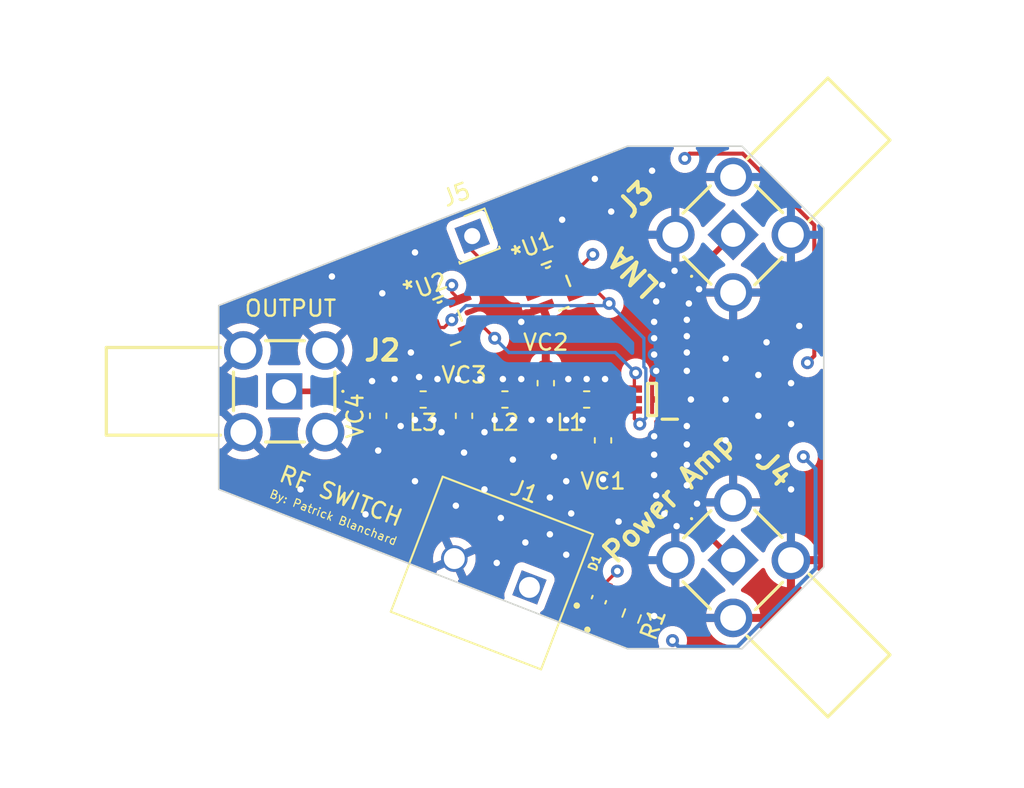
<source format=kicad_pcb>
(kicad_pcb (version 20221018) (generator pcbnew)
  (layers (0 "F.Cu" signal) (1 "In1.Cu" signal) (2 "In2.Cu" signal) (31 "B.Cu" signal) (36 "B.SilkS" user "B.Silkscreen") (37 "F.SilkS" user "F.Silkscreen") (38 "B.Mask" user) (39 "F.Mask" user) (44 "Edge.Cuts" user))
  (net 0 "")
  (net 1 "Net-(D1-PadC)")
  (net 2 "+3.3V")
  (net 3 "Power_Amp_Out")
  (net 4 "LNA_INPUT")
  (net 5 "Net-(IC1-V1)")
  (net 6 "Filter_input")
  (net 7 "Net-(IC1-V2)")
  (net 8 "GND")
  (net 9 "Filter_output")
  (net 12 "Net-(L1-Pad2)")
  (net 13 "Net-(L2-Pad2)")
  (net 14 "Net-(J5-Pin_1)")
  (footprint "Inductor_SMD:L_0603_1608Metric_Pad1.05x0.95mm_HandSolder" (layer "F.Cu") (at 155.448 83.312 180)
    (fp_text reference "L2" (at 0 -1.43) (layer "F.SilkS"))
    (fp_text value "22.7 nH")
    (fp_line (start -0.171267 -0.51) (end 0.171267 -0.51) (stroke (width 0.12)) (layer "F.SilkS"))
    (fp_line (start -0.171267 0.51) (end 0.171267 0.51) (stroke (width 0.12)) (layer "F.SilkS"))
    (pad "1" smd roundrect (at -0.875 0 180) (size 1.05 0.95) (layers "F.Cu" "F.Paste" "F.Mask") (net 12 "Net-(L1-Pad2)"))
    (pad "2" smd roundrect (at 0.875 0 180) (size 1.05 0.95) (layers "F.Cu" "F.Paste" "F.Mask") (net 13 "Net-(L2-Pad2)"))
  )
  (footprint "0603 LED:LEDC1608X35N" (layer "F.Cu") (at 161.29 95.758 69)
    (fp_text reference "D1" (at 2.043139 -1.056359 69) (layer "F.SilkS") (effects (font (size 0.508 0.508) (thickness 0.127))))
    (fp_text value "-")
    (fp_line (start -0.085 -0.45) (end 0.085 -0.45) (stroke (width 0.127)) (layer "F.SilkS"))
    (fp_line (start 0.085 0.45) (end -0.085 0.45) (stroke (width 0.127)) (layer "F.SilkS"))
    (fp_circle (center -2 0) (end -1.9 0) (stroke (width 0.2)) (fill none) (layer "F.SilkS"))
    (pad "A" smd rect (at 0.81 0 69) (size 0.81 0.93) (layers "F.Cu" "F.Paste" "F.Mask") (net 2 "+3.3V"))
    (pad "C" smd rect (at -0.81 0 69) (size 0.81 0.93) (layers "F.Cu" "F.Paste" "F.Mask") (net 1 "Net-(D1-PadC)"))
  )
  (footprint "Capacitor_SMD:C_0603_1608Metric_Pad1.08x0.95mm_HandSolder" (layer "F.Cu") (at 157.988 82.296 -90)
    (fp_text reference "VC2" (at -2.54 0 -180) (layer "F.SilkS"))
    (fp_text value "12.1 pF")
    (fp_line (start -0.146267 -0.51) (end 0.146267 -0.51) (stroke (width 0.12)) (layer "F.SilkS"))
    (fp_line (start -0.146267 0.51) (end 0.146267 0.51) (stroke (width 0.12)) (layer "F.SilkS"))
    (pad "1" smd roundrect (at -0.8625 0 270) (size 1.075 0.95) (layers "F.Cu" "F.Paste" "F.Mask") (net 8 "GND"))
    (pad "2" smd roundrect (at 0.8625 0 270) (size 1.075 0.95) (layers "F.Cu" "F.Paste" "F.Mask") (net 12 "Net-(L1-Pad2)"))
  )
  (footprint "terminal block:PHOENIX_1935776" (layer "F.Cu") (at 154.638049 94.10008 -21)
    (fp_text reference "J1" (at 0.076526 -5.470792 159) (layer "F.SilkS"))
    (fp_text value "-")
    (fp_line (start -5 4.5) (end -5 -4.5) (stroke (width 0.127)) (layer "F.SilkS"))
    (fp_line (start 5 -4.5) (end -5 -4.5) (stroke (width 0.127)) (layer "F.SilkS"))
    (fp_line (start 5 -4.5) (end 5 4.5) (stroke (width 0.127)) (layer "F.SilkS"))
    (fp_line (start 5 4.5) (end -5 4.5) (stroke (width 0.127)) (layer "F.SilkS"))
    (fp_circle (center 5.65 0) (end 5.75 0) (stroke (width 0.2)) (fill none) (layer "F.SilkS"))
    (pad "01" thru_hole rect (at 2.5 0 339) (size 1.65 1.65) (drill 1.3) (layers "*.Cu" "*.Mask") (net 2 "+3.3V"))
    (pad "02" thru_hole circle (at -2.5 0 339) (size 1.65 1.65) (drill 1.3) (layers "*.Cu" "*.Mask") (net 8 "GND"))
  )
  (footprint "skya21001:SOT65P220X110-6N" (layer "F.Cu") (at 164.592 83.312 180)
    (fp_text reference "Power Amp" (at -1.016 -6.096 225) (layer "F.SilkS") (effects (font (size 1.27 1.27) (thickness 0.254))))
    (fp_text value "-" hide)
    (fp_line (start -1.575 -1.225) (end -0.625 -1.225) (stroke (width 0.2)) (layer "F.SilkS"))
    (fp_line (start -0.275 -1) (end 0.275 -1) (stroke (width 0.2)) (layer "F.SilkS"))
    (fp_line (start -0.275 1) (end -0.275 -1) (stroke (width 0.2)) (layer "F.SilkS"))
    (fp_line (start 0.275 -1) (end 0.275 1) (stroke (width 0.2)) (layer "F.SilkS"))
    (fp_line (start 0.275 1) (end -0.275 1) (stroke (width 0.2)) (layer "F.SilkS"))
    (pad "1" smd rect (at -1.1 -0.65 270) (size 0.45 0.95) (layers "F.Cu" "F.Paste" "F.Mask") (net 3 "Power_Amp_Out"))
    (pad "2" smd rect (at -1.1 0 270) (size 0.45 0.95) (layers "F.Cu" "F.Paste" "F.Mask") (net 8 "GND"))
    (pad "3" smd rect (at -1.1 0.65 270) (size 0.45 0.95) (layers "F.Cu" "F.Paste" "F.Mask") (net 4 "LNA_INPUT"))
    (pad "4" smd rect (at 1.1 0.65 270) (size 0.45 0.95) (layers "F.Cu" "F.Paste" "F.Mask") (net 5 "Net-(IC1-V1)"))
    (pad "5" smd rect (at 1.1 0 270) (size 0.45 0.95) (layers "F.Cu" "F.Paste" "F.Mask") (net 6 "Filter_input"))
    (pad "6" smd rect (at 1.1 -0.65 270) (size 0.45 0.95) (layers "F.Cu" "F.Paste" "F.Mask") (net 7 "Net-(IC1-V2)"))
  )
  (footprint "Inductor_SMD:L_0603_1608Metric_Pad1.05x0.95mm_HandSolder" (layer "F.Cu") (at 150.368 83.312 180)
    (fp_text reference "L3" (at 0 -1.43) (layer "F.SilkS"))
    (fp_text value "20.5 nH")
    (fp_line (start -0.171267 -0.51) (end 0.171267 -0.51) (stroke (width 0.12)) (layer "F.SilkS"))
    (fp_line (start -0.171267 0.51) (end 0.171267 0.51) (stroke (width 0.12)) (layer "F.SilkS"))
    (pad "1" smd roundrect (at -0.875 0 180) (size 1.05 0.95) (layers "F.Cu" "F.Paste" "F.Mask") (net 13 "Net-(L2-Pad2)"))
    (pad "2" smd roundrect (at 0.875 0 180) (size 1.05 0.95) (layers "F.Cu" "F.Paste" "F.Mask") (net 9 "Filter_output"))
  )
  (footprint "Resistor_SMD:R_0603_1608Metric_Pad0.98x0.95mm_HandSolder" (layer "F.Cu") (at 163.322 96.774 -111)
    (fp_text reference "R1" (at 0 -1.43 69) (layer "F.SilkS"))
    (fp_text value "1k")
    (fp_line (start -0.254724 -0.5225) (end 0.254724 -0.5225) (stroke (width 0.12)) (layer "F.SilkS"))
    (fp_line (start -0.254724 0.5225) (end 0.254724 0.5225) (stroke (width 0.12)) (layer "F.SilkS"))
    (pad "1" smd roundrect (at -0.9125 0 249) (size 0.975 0.95) (layers "F.Cu" "F.Paste" "F.Mask") (net 8 "GND"))
    (pad "2" smd roundrect (at 0.9125 0 249) (size 0.975 0.95) (layers "F.Cu" "F.Paste" "F.Mask") (net 1 "Net-(D1-PadC)"))
  )
  (footprint "Inverter:DBV5" (layer "F.Cu") (at 158.565042 76.248917 21)
    (fp_text reference "U1" (at -0.085189 -2.805807 21 unlocked) (layer "F.SilkS"))
    (fp_text value "-")
    (fp_text user "*" (at -1.4478 -2.6518 21 unlocked) (layer "F.SilkS"))
    (fp_text user "*" (at -1.4478 -2.6518 21) (layer "F.SilkS"))
    (fp_line (start -0.302516 1.524) (end 0.302516 1.524) (stroke (width 0.1524)) (layer "F.SilkS"))
    (fp_line (start 0.302516 -1.524) (end -0.302516 -1.524) (stroke (width 0.1524)) (layer "F.SilkS"))
    (fp_line (start 0.8763 0.337861) (end 0.8763 -0.337861) (stroke (width 0.1524)) (layer "F.SilkS"))
    (fp_arc (start 0.124872 -1.245953) (mid 0 -1.2192) (end -0.124872 -1.245953) (stroke (width 0.1524)) (layer "F.SilkS"))
    (pad "1" smd rect (at -1.1938 -0.950001 21) (size 1.4732 0.5588) (layers "F.Cu" "F.Paste" "F.Mask"))
    (pad "2" smd rect (at -1.1938 0 21) (size 1.4732 0.5588) (layers "F.Cu" "F.Paste" "F.Mask") (net 14 "Net-(J5-Pin_1)"))
    (pad "3" smd rect (at -1.1938 0.950001 21) (size 1.4732 0.5588) (layers "F.Cu" "F.Paste" "F.Mask") (net 8 "GND"))
    (pad "4" smd rect (at 1.1938 0.950001 21) (size 1.4732 0.5588) (layers "F.Cu" "F.Paste" "F.Mask") (net 7 "Net-(IC1-V2)"))
    (pad "5" smd rect (at 1.1938 -0.950001 21) (size 1.4732 0.5588) (layers "F.Cu" "F.Paste" "F.Mask") (net 2 "+3.3V"))
  )
  (footprint "Capacitor_SMD:C_0603_1608Metric_Pad1.08x0.95mm_HandSolder" (layer "F.Cu") (at 161.544 85.852 90)
    (fp_text reference "VC1" (at -2.54 0 180) (layer "F.SilkS"))
    (fp_text value "6.8 pF")
    (fp_line (start -0.146267 -0.51) (end 0.146267 -0.51) (stroke (width 0.12)) (layer "F.SilkS"))
    (fp_line (start -0.146267 0.51) (end 0.146267 0.51) (stroke (width 0.12)) (layer "F.SilkS"))
    (pad "1" smd roundrect (at -0.8625 0 90) (size 1.075 0.95) (layers "F.Cu" "F.Paste" "F.Mask") (net 8 "GND"))
    (pad "2" smd roundrect (at 0.8625 0 90) (size 1.075 0.95) (layers "F.Cu" "F.Paste" "F.Mask") (net 6 "Filter_input"))
  )
  (footprint "Inductor_SMD:L_0603_1608Metric_Pad1.05x0.95mm_HandSolder" (layer "F.Cu") (at 160.528 83.312 180)
    (fp_text reference "L1" (at 1.016 -1.43) (layer "F.SilkS"))
    (fp_text value "20.5 nH")
    (fp_line (start -0.171267 -0.51) (end 0.171267 -0.51) (stroke (width 0.12)) (layer "F.SilkS"))
    (fp_line (start -0.171267 0.51) (end 0.171267 0.51) (stroke (width 0.12)) (layer "F.SilkS"))
    (pad "1" smd roundrect (at -0.875 0 180) (size 1.05 0.95) (layers "F.Cu" "F.Paste" "F.Mask") (net 6 "Filter_input"))
    (pad "2" smd roundrect (at 0.875 0 180) (size 1.05 0.95) (layers "F.Cu" "F.Paste" "F.Mask") (net 12 "Net-(L1-Pad2)"))
  )
  (footprint "Capacitor_SMD:C_0603_1608Metric_Pad1.08x0.95mm_HandSolder" (layer "F.Cu") (at 147.574 84.328 90)
    (fp_text reference "VC4" (at 0 -1.43 90) (layer "F.SilkS"))
    (fp_text value "6.8 pF")
    (fp_line (start -0.146267 -0.51) (end 0.146267 -0.51) (stroke (width 0.12)) (layer "F.SilkS"))
    (fp_line (start -0.146267 0.51) (end 0.146267 0.51) (stroke (width 0.12)) (layer "F.SilkS"))
    (pad "1" smd roundrect (at -0.8625 0 90) (size 1.075 0.95) (layers "F.Cu" "F.Paste" "F.Mask") (net 8 "GND"))
    (pad "2" smd roundrect (at 0.8625 0 90) (size 1.075 0.95) (layers "F.Cu" "F.Paste" "F.Mask") (net 9 "Filter_output"))
  )
  (footprint "sma:518144002" (layer "F.Cu") (at 169.627525 73.069476 45)
    (fp_text reference "J3" (at -2.720982 -5.837167 45) (layer "F.SilkS") (effects (font (size 1.27 1.27) (thickness 0.254))))
    (fp_text value "50 ohm" hide)
    (fp_line (start -3.7 0) (end -3.7 0) (stroke (width 0.1)) (layer "F.SilkS"))
    (fp_line (start -3.6 0) (end -3.6 0) (stroke (width 0.1)) (layer "F.SilkS"))
    (fp_line (start -3.15 1.2) (end -3.15 -1.2) (stroke (width 0.2)) (layer "F.SilkS"))
    (fp_line (start -1.25 -3.15) (end 1.15 -3.15) (stroke (width 0.2)) (layer "F.SilkS"))
    (fp_line (start 1.15 3.15) (end -1.25 3.15) (stroke (width 0.2)) (layer "F.SilkS"))
    (fp_line (start 3.15 -1.2) (end 3.15 1.2) (stroke (width 0.2)) (layer "F.SilkS"))
    (fp_line (start 3.95 -2.725) (end 11.05 -2.725) (stroke (width 0.2)) (layer "F.SilkS"))
    (fp_line (start 11.05 -2.725) (end 11.05 2.725) (stroke (width 0.2)) (layer "F.SilkS"))
    (fp_line (start 11.05 2.725) (end 3.95 2.725) (stroke (width 0.2)) (layer "F.SilkS"))
    (fp_arc (start -3.7 0) (mid -3.65 -0.05) (end -3.6 0) (stroke (width 0.1)) (layer "F.SilkS"))
    (fp_arc (start -3.6 0) (mid -3.65 0.05) (end -3.7 0) (stroke (width 0.1)) (layer "F.SilkS"))
    (pad "1" thru_hole rect (at 0 0 45) (size 2.25 2.25) (drill 1.5) (layers "*.Cu" "*.Mask") (net 4 "LNA_INPUT"))
    (pad "2" thru_hole circle (at -2.54 -2.54 45) (size 2.4 2.4) (drill 1.6) (layers "*.Cu" "*.Mask") (net 8 "GND"))
    (pad "3" thru_hole circle (at -2.54 2.54 45) (size 2.4 2.4) (drill 1.6) (layers "*.Cu" "*.Mask") (net 8 "GND"))
    (pad "4" thru_hole circle (at 2.54 2.54 45) (size 2.4 2.4) (drill 1.6) (layers "*.Cu" "*.Mask") (net 8 "GND"))
    (pad "5" thru_hole circle (at 2.54 -2.54 45) (size 2.4 2.4) (drill 1.6) (layers "*.Cu" "*.Mask") (net 8 "GND"))
  )
  (footprint "sma:518144002" (layer "F.Cu") (at 169.627525 93.300525 -45)
    (fp_text reference "J4" (at -2.182167 -5.837166 135) (layer "F.SilkS") (effects (font (size 1.27 1.27) (thickness 0.254))))
    (fp_text value "50 ohm" hide)
    (fp_line (start -3.7 0) (end -3.7 0) (stroke (width 0.1)) (layer "F.SilkS"))
    (fp_line (start -3.6 0) (end -3.6 0) (stroke (width 0.1)) (layer "F.SilkS"))
    (fp_line (start -3.15 1.2) (end -3.15 -1.2) (stroke (width 0.2)) (layer "F.SilkS"))
    (fp_line (start -1.25 -3.15) (end 1.15 -3.15) (stroke (width 0.2)) (layer "F.SilkS"))
    (fp_line (start 1.15 3.15) (end -1.25 3.15) (stroke (width 0.2)) (layer "F.SilkS"))
    (fp_line (start 3.15 -1.2) (end 3.15 1.2) (stroke (width 0.2)) (layer "F.SilkS"))
    (fp_line (start 3.95 -2.725) (end 11.05 -2.725) (stroke (width 0.2)) (layer "F.SilkS"))
    (fp_line (start 11.05 -2.725) (end 11.05 2.725) (stroke (width 0.2)) (layer "F.SilkS"))
    (fp_line (start 11.05 2.725) (end 3.95 2.725) (stroke (width 0.2)) (layer "F.SilkS"))
    (fp_arc (start -3.7 0) (mid -3.65 -0.05) (end -3.6 0) (stroke (width 0.1)) (layer "F.SilkS"))
    (fp_arc (start -3.6 0) (mid -3.65 0.05) (end -3.7 0) (stroke (width 0.1)) (layer "F.SilkS"))
    (pad "1" thru_hole rect (at 0 0 315) (size 2.25 2.25) (drill 1.5) (layers "*.Cu" "*.Mask") (net 3 "Power_Amp_Out"))
    (pad "2" thru_hole circle (at -2.54 -2.54 315) (size 2.4 2.4) (drill 1.6) (layers "*.Cu" "*.Mask") (net 8 "GND"))
    (pad "3" thru_hole circle (at -2.54 2.54 315) (size 2.4 2.4) (drill 1.6) (layers "*.Cu" "*.Mask") (net 8 "GND"))
    (pad "4" thru_hole circle (at 2.54 2.54 315) (size 2.4 2.4) (drill 1.6) (layers "*.Cu" "*.Mask") (net 8 "GND"))
    (pad "5" thru_hole circle (at 2.54 -2.54 315) (size 2.4 2.4) (drill 1.6) (layers "*.Cu" "*.Mask") (net 8 "GND"))
  )
  (footprint "Connector_PinSocket_2.54mm:PinSocket_1x01_P2.54mm_Vertical" (layer "F.Cu") (at 153.416 73.152 21)
    (fp_text reference "J5" (at 0 -2.77 21) (layer "F.SilkS"))
    (fp_text value "Conn_01x01_Pin")
    (fp_line (start -1.33 1.21) (end -1.33 1.33) (stroke (width 0.12)) (layer "F.SilkS"))
    (fp_line (start -1.33 1.33) (end 1.33 1.33) (stroke (width 0.12)) (layer "F.SilkS"))
    (fp_line (start 0 -1.33) (end 1.33 -1.33) (stroke (width 0.12)) (layer "F.SilkS"))
    (fp_line (start 1.33 -1.33) (end 1.33 0) (stroke (width 0.12)) (layer "F.SilkS"))
    (fp_line (start 1.33 1.21) (end 1.33 1.33) (stroke (width 0.12)) (layer "F.SilkS"))
    (pad "1" thru_hole rect (at 0 0 21) (size 1.7 1.7) (drill 1) (layers "*.Cu" "*.Mask") (net 14 "Net-(J5-Pin_1)"))
  )
  (footprint "sma:518144002" (layer "F.Cu") (at 141.732 82.804 180)
    (fp_text reference "J2" (at -6.096 2.54) (layer "F.SilkS") (effects (font (size 1.27 1.27) (thickness 0.254))))
    (fp_text value "50 ohm" hide)
    (fp_line (start -3.7 0) (end -3.7 0) (stroke (width 0.1)) (layer "F.SilkS"))
    (fp_line (start -3.6 0) (end -3.6 0) (stroke (width 0.1)) (layer "F.SilkS"))
    (fp_line (start -3.15 1.2) (end -3.15 -1.2) (stroke (width 0.2)) (layer "F.SilkS"))
    (fp_line (start -1.25 -3.15) (end 1.15 -3.15) (stroke (width 0.2)) (layer "F.SilkS"))
    (fp_line (start 1.15 3.15) (end -1.25 3.15) (stroke (width 0.2)) (layer "F.SilkS"))
    (fp_line (start 3.15 -1.2) (end 3.15 1.2) (stroke (width 0.2)) (layer "F.SilkS"))
    (fp_line (start 3.95 -2.725) (end 11.05 -2.725) (stroke (width 0.2)) (layer "F.SilkS"))
    (fp_line (start 11.05 -2.725) (end 11.05 2.725) (stroke (width 0.2)) (layer "F.SilkS"))
    (fp_line (start 11.05 2.725) (end 3.95 2.725) (stroke (width 0.2)) (layer "F.SilkS"))
    (fp_arc (start -3.7 0) (mid -3.65 -0.05) (end -3.6 0) (stroke (width 0.1)) (layer "F.SilkS"))
    (fp_arc (start -3.6 0) (mid -3.65 0.05) (end -3.7 0) (stroke (width 0.1)) (layer "F.SilkS"))
    (pad "1" thru_hole rect (at 0 0 180) (size 2.25 2.25) (drill 1.5) (layers "*.Cu" "*.Mask") (net 9 "Filter_output"))
    (pad "2" thru_hole circle (at -2.54 -2.54 180) (size 2.4 2.4) (drill 1.6) (layers "*.Cu" "*.Mask") (net 8 "GND"))
    (pad "3" thru_hole circle (at -2.54 2.54 180) (size 2.4 2.4) (drill 1.6) (layers "*.Cu" "*.Mask") (net 8 "GND"))
    (pad "4" thru_hole circle (at 2.54 2.54 180) (size 2.4 2.4) (drill 1.6) (layers "*.Cu" "*.Mask") (net 8 "GND"))
    (pad "5" thru_hole circle (at 2.54 -2.54 180) (size 2.4 2.4) (drill 1.6) (layers "*.Cu" "*.Mask") (net 8 "GND"))
  )
  (footprint "Inverter:DBV5" (layer "F.Cu") (at 151.834042 78.407917 21)
    (fp_text reference "U2" (at -0.103163 -2.4046 21 unlocked) (layer "F.SilkS"))
    (fp_text value "-")
    (fp_text user "*" (at -1.4478 -2.6518 21 unlocked) (layer "F.SilkS"))
    (fp_text user "*" (at -1.4478 -2.6518 21) (layer "F.SilkS"))
    (fp_line (start -0.302516 1.524) (end 0.302516 1.524) (stroke (width 0.1524)) (layer "F.SilkS"))
    (fp_line (start 0.302516 -1.524) (end -0.302516 -1.524) (stroke (width 0.1524)) (layer "F.SilkS"))
    (fp_line (start 0.8763 0.337861) (end 0.8763 -0.337861) (stroke (width 0.1524)) (layer "F.SilkS"))
    (fp_arc (start 0.124872 -1.245953) (mid 0 -1.2192) (end -0.124872 -1.245953) (stroke (width 0.1524)) (layer "F.SilkS"))
    (pad "1" smd rect (at -1.1938 -0.950001 21) (size 1.4732 0.5588) (layers "F.Cu" "F.Paste" "F.Mask"))
    (pad "2" smd rect (at -1.1938 0 21) (size 1.4732 0.5588) (layers "F.Cu" "F.Paste" "F.Mask") (net 7 "Net-(IC1-V2)"))
    (pad "3" smd rect (at -1.1938 0.950001 21) (size 1.4732 0.5588) (layers "F.Cu" "F.Paste" "F.Mask") (net 8 "GND"))
    (pad "4" smd rect (at 1.1938 0.950001 21) (size 1.4732 0.5588) (layers "F.Cu" "F.Paste" "F.Mask") (net 5 "Net-(IC1-V1)"))
    (pad "5" smd rect (at 1.1938 -0.950001 21) (size 1.4732 0.5588) (layers "F.Cu" "F.Paste" "F.Mask") (net 2 "+3.3V"))
  )
  (footprint "Capacitor_SMD:C_0603_1608Metric_Pad1.08x0.95mm_HandSolder" (layer "F.Cu") (at 152.908 84.328 90)
    (fp_text reference "VC3" (at 2.54 0 180) (layer "F.SilkS"))
    (fp_text value "12.1 pF")
    (fp_line (start -0.146267 -0.51) (end 0.146267 -0.51) (stroke (width 0.12)) (layer "F.SilkS"))
    (fp_line (start -0.146267 0.51) (end 0.146267 0.51) (stroke (width 0.12)) (layer "F.SilkS"))
    (pad "1" smd roundrect (at -0.8625 0 90) (size 1.075 0.95) (layers "F.Cu" "F.Paste" "F.Mask") (net 8 "GND"))
    (pad "2" smd roundrect (at 0.8625 0 90) (size 1.075 0.95) (layers "F.Cu" "F.Paste" "F.Mask") (net 13 "Net-(L2-Pad2)"))
  )
  (gr_line (start 163.068 67.564) (end 137.668 77.47) (stroke (width 0.1)) (layer "Edge.Cuts"))
  (gr_line (start 175.26 93.726) (end 170.18 98.806) (stroke (width 0.1)) (layer "Edge.Cuts"))
  (gr_line (start 175.26 72.644) (end 170.18 67.564) (stroke (width 0.1)) (layer "Edge.Cuts"))
  (gr_line (start 170.18 67.564) (end 163.068 67.564) (stroke (width 0.1)) (layer "Edge.Cuts"))
  (gr_line (start 163.068 98.806) (end 137.668 88.9) (stroke (width 0.1)) (layer "Edge.Cuts"))
  (gr_line (start 137.668 77.47) (end 137.668 83.058) (stroke (width 0.1)) (layer "Edge.Cuts"))
  (gr_line (start 170.18 98.806) (end 163.068 98.806) (stroke (width 0.1)) (layer "Edge.Cuts"))
  (gr_line (start 175.26 93.726) (end 175.26 72.644) (stroke (width 0.1)) (layer "Edge.Cuts"))
  (gr_line (start 137.668 88.9) (end 137.668 83.058) (stroke (width 0.1)) (layer "Edge.Cuts"))
  (gr_text "By: Patrick Blanchard" (at 140.716 89.408 339) (layer "F.SilkS") (effects (font (size 0.508 0.508) (thickness 0.0762)) (justify left bottom)))
  (gr_text "RF SWITCH" (at 141.224 88.392 339) (layer "F.SilkS") (effects (font (size 1 1)) (justify left bottom)))
  (gr_text "OUTPUT\n" (at 139.192 78.232) (layer "F.SilkS") (effects (font (size 1 1)) (justify left bottom)))
  (gr_text "LNA\n" (at 163.449 75.438 135) (layer "F.SilkS") (effects (font (size 1.27 1.27) (thickness 0.254))))
  (segment (start 162.994989 97.625892) (end 162.111414 97.625892) (width 0.2032) (layer "F.Cu") (net 1))
  (segment (start 162.111414 97.625892) (end 160.999722 96.5142) (width 0.2032) (layer "F.Cu") (net 1))
  (segment (start 160.269805 74.934195) (end 160.909 74.295) (width 0.2032) (layer "F.Cu") (net 2))
  (segment (start 161.580278 95.0018) (end 161.580278 94.832722) (width 0.2032) (layer "F.Cu") (net 2))
  (segment (start 174.671627 80.598373) (end 174.244 81.026) (width 0.25) (layer "F.Cu") (net 2))
  (segment (start 159.3391 74.934195) (end 160.269805 74.934195) (width 0.2032) (layer "F.Cu") (net 2))
  (segment (start 161.580278 94.832722) (end 162.433 93.98) (width 0.2032) (layer "F.Cu") (net 2))
  (segment (start 170.228964 68.025374) (end 174.671627 72.468037) (width 0.25) (layer "F.Cu") (net 2))
  (segment (start 174.671627 72.468037) (end 174.671627 80.598373) (width 0.25) (layer "F.Cu") (net 2))
  (segment (start 152.146 76.631095) (end 152.6081 77.093195) (width 0.2032) (layer "F.Cu") (net 2))
  (segment (start 166.624 68.326) (end 166.924626 68.025374) (width 0.25) (layer "F.Cu") (net 2))
  (segment (start 166.924626 68.025374) (end 170.228964 68.025374) (width 0.25) (layer "F.Cu") (net 2))
  (via (at 173.99 86.868) (size 0.8) (drill 0.4) (layers "F.Cu" "B.Cu") (net 2))
  (via (at 152.146 76.2) (size 0.8) (drill 0.4) (layers "F.Cu" "B.Cu") (net 2))
  (via (at 160.909 74.295) (size 0.8) (drill 0.4) (layers "F.Cu" "B.Cu") (net 2))
  (via (at 165.862 98.298) (size 0.8) (drill 0.4) (layers "F.Cu" "B.Cu") (net 2))
  (via (at 174.244 81.026) (size 0.8) (drill 0.4) (layers "F.Cu" "B.Cu") (net 2))
  (via (at 162.433 93.98) (size 0.8) (drill 0.4) (layers "F.Cu" "B.Cu") (net 2))
  (via (at 166.624 68.326) (size 0.8) (drill 0.4) (layers "F.Cu" "B.Cu") (net 2))
  (segment (start 166.245 98.681) (end 169.892591 98.681) (width 0.25) (layer "B.Cu") (net 2))
  (segment (start 174.752 87.63) (end 173.99 86.868) (width 0.25) (layer "B.Cu") (net 2))
  (segment (start 165.862 98.298) (end 166.245 98.681) (width 0.25) (layer "B.Cu") (net 2))
  (segment (start 174.752 93.821591) (end 174.752 87.63) (width 0.25) (layer "B.Cu") (net 2))
  (segment (start 169.892591 98.681) (end 174.752 93.821591) (width 0.25) (layer "B.Cu") (net 2))
  (segment (start 166.435949 90.108949) (end 169.627525 93.300525) (width 0.348996) (layer "F.Cu") (net 3))
  (segment (start 165.692 83.962) (end 165.692 88.312898) (width 0.348996) (layer "F.Cu") (net 3))
  (arc (start 165.692 88.312898) (mid 165.885346 89.284914) (end 166.435949 90.108949) (width 0.348996) (layer "F.Cu") (net 3))
  (segment (start 165.692 82.662) (end 165.692 78.057103) (width 0.348996) (layer "F.Cu") (net 4))
  (segment (start 166.435949 76.261052) (end 169.627525 73.069476) (width 0.348996) (layer "F.Cu") (net 4))
  (arc (start 165.692 78.057103) (mid 165.885346 77.085087) (end 166.435949 76.261052) (width 0.348996) (layer "F.Cu") (net 4))
  (segment (start 163.576 81.661) (end 163.492 81.745) (width 0.2032) (layer "F.Cu") (net 5))
  (segment (start 154.178 78.867) (end 153.289 78.867) (width 0.2032) (layer "F.Cu") (net 5))
  (segment (start 163.492 81.745) (end 163.492 82.662) (width 0.2032) (layer "F.Cu") (net 5))
  (segment (start 154.813 79.502) (end 154.178 78.867) (width 0.2032) (layer "F.Cu") (net 5))
  (via (at 154.813 79.502) (size 0.8) (drill 0.4) (layers "F.Cu" "B.Cu") (net 5))
  (via (at 163.576 81.661) (size 0.8) (drill 0.4) (layers "F.Cu" "B.Cu") (net 5))
  (segment (start 155.702 80.391) (end 154.813 79.502) (width 0.2032) (layer "B.Cu") (net 5))
  (segment (start 162.306 80.391) (end 155.702 80.391) (width 0.2032) (layer "B.Cu") (net 5))
  (segment (start 163.576 81.661) (end 162.306 80.391) (width 0.2032) (layer "B.Cu") (net 5))
  (segment (start 161.403 83.312) (end 161.403 84.8485) (width 0.348996) (layer "F.Cu") (net 6))
  (segment (start 161.403 84.8485) (end 161.544 84.9895) (width 0.348996) (layer "F.Cu") (net 6))
  (segment (start 163.492 83.312) (end 161.403 83.312) (width 0.348996) (layer "F.Cu") (net 6))
  (segment (start 160.02 76.708) (end 161.29 76.708) (width 0.2032) (layer "F.Cu") (net 7))
  (segment (start 163.83 84.836) (end 163.492 84.498) (width 0.2032) (layer "F.Cu") (net 7))
  (segment (start 161.29 76.708) (end 161.925 77.343) (width 0.2032) (layer "F.Cu") (net 7))
  (segment (start 163.492 84.498) (end 163.492 83.962) (width 0.2032) (layer "F.Cu") (net 7))
  (segment (start 151.669263 78.835737) (end 152.146 78.359) (width 0.2032) (layer "F.Cu") (net 7))
  (segment (start 150.719534 78.835737) (end 151.669263 78.835737) (width 0.2032) (layer "F.Cu") (net 7))
  (via (at 152.146 78.359) (size 0.8) (drill 0.4) (layers "F.Cu" "B.Cu") (net 7))
  (via (at 163.83 84.836) (size 0.8) (drill 0.4) (layers "F.Cu" "B.Cu") (net 7))
  (via (at 161.925 77.343) (size 0.8) (drill 0.4) (layers "F.Cu" "B.Cu") (net 7))
  (segment (start 164.084 79.502) (end 161.925 77.343) (width 0.2032) (layer "B.Cu") (net 7))
  (segment (start 164.2046 81.400625) (end 164.084 81.280025) (width 0.2032) (layer "B.Cu") (net 7))
  (segment (start 164.2046 84.4614) (end 164.2046 81.400625) (width 0.2032) (layer "B.Cu") (net 7))
  (segment (start 153.0286 77.4764) (end 161.7916 77.4764) (width 0.2032) (layer "B.Cu") (net 7))
  (segment (start 164.084 81.280025) (end 164.084 79.502) (width 0.2032) (layer "B.Cu") (net 7))
  (segment (start 152.146 78.359) (end 153.0286 77.4764) (width 0.2032) (layer "B.Cu") (net 7))
  (segment (start 163.83 84.836) (end 164.2046 84.4614) (width 0.2032) (layer "B.Cu") (net 7))
  (segment (start 157.386361 77.563639) (end 156.464 78.486) (width 0.2032) (layer "F.Cu") (net 8))
  (segment (start 163.649011 95.922108) (end 163.867108 95.922108) (width 0.2032) (layer "F.Cu") (net 8))
  (segment (start 157.790984 77.563639) (end 157.386361 77.563639) (width 0.2032) (layer "F.Cu") (net 8))
  (segment (start 163.867108 95.922108) (end 164.719 96.774) (width 0.2032) (layer "F.Cu") (net 8))
  (segment (start 165.692 83.312) (end 167.005 83.312) (width 0.2032) (layer "F.Cu") (net 8))
  (segment (start 152.908 85.1905) (end 152.908 86.614) (width 0.2032) (layer "F.Cu") (net 8))
  (segment (start 147.574 85.1905) (end 147.574 86.487) (width 0.2032) (layer "F.Cu") (net 8))
  (segment (start 151.059984 79.722639) (end 150.274361 79.722639) (width 0.2032) (layer "F.Cu") (net 8))
  (segment (start 150.274361 79.722639) (end 149.606 80.391) (width 0.2032) (layer "F.Cu") (net 8))
  (segment (start 161.544 86.7145) (end 161.544 88.265) (width 0.2032) (layer "F.Cu") (net 8))
  (via (at 159.385 82.042) (size 0.8) (drill 0.4) (layers "F.Cu" "B.Cu") (net 8))
  (via (at 169.164 85.852) (size 0.8) (drill 0.4) (layers "F.Cu" "B.Cu") (net 8))
  (via (at 152.908 86.614) (size 0.8) (drill 0.4) (layers "F.Cu" "B.Cu") (net 8))
  (via (at 166.116 91.186) (size 0.8) (drill 0.4) (layers "F.Cu" "B.Cu") (net 8))
  (via (at 148.59 82.042) (size 0.8) (drill 0.4) (layers "F.Cu" "B.Cu") (net 8))
  (via (at 154.178 88.9) (size 0.8) (drill 0.4) (layers "F.Cu" "B.Cu") (net 8))
  (via (at 164.719 78.486) (size 0.8) (drill 0.4) (layers "F.Cu" "B.Cu") (net 8))
  (via (at 169.164 83.312) (size 0.8) (drill 0.4) (layers "F.Cu" "B.Cu") (net 8))
  (via (at 166.751 80.391) (size 0.8) (drill 0.4) (layers "F.Cu" "B.Cu") (net 8))
  (via (at 166.751 86.106) (size 0.8) (drill 0.4) (layers "F.Cu" "B.Cu") (net 8))
  (via (at 158.496 86.868) (size 0.8) (drill 0.4) (layers "F.Cu" "B.Cu") (net 8))
  (via (at 158.242 89.408) (size 0.8) (drill 0.4) (layers "F.Cu" "B.Cu") (net 8))
  (via (at 149.86 84.582) (size 0.8) (drill 0.4) (layers "F.Cu" "B.Cu") (net 8))
  (via (at 164.719 86.741) (size 0.8) (drill 0.4) (layers "F.Cu" "B.Cu") (net 8))
  (via (at 160.528 82.042) (size 0.8) (drill 0.4) (layers "F.Cu" "B.Cu") (net 8))
  (via (at 173.228 84.836) (size 0.8) (drill 0.4) (layers "F.Cu" "B.Cu") (net 8))
  (via (at 154.178 85.344) (size 0.8) (drill 0.4) (layers "F.Cu" "B.Cu") (net 8))
  (via (at 164.719 80.518) (size 0.8) (drill 0.4) (layers "F.Cu" "B.Cu") (net 8))
  (via (at 165.354 90.424) (size 0.8) (drill 0.4) (layers "F.Cu" "B.Cu") (net 8))
  (via (at 156.464 82.042) (size 0.8) (drill 0.4) (layers "F.Cu" "B.Cu") (net 8))
  (via (at 146.785221 90.451452) (size 0.8) (drill 0.4) (layers "F.Cu" "B.Cu") (net 8))
  (via (at 148.971 84.963) (size 0.8) (drill 0.4) (layers "F.Cu" "B.Cu") (net 8))
  (via (at 166.878 77.343) (size 0.8) (drill 0.4) (layers "F.Cu" "B.Cu") (net 8))
  (via (at 154.94 93.472) (size 0.8) (drill 0.4) (layers "F.Cu" "B.Cu") (net 8))
  (via (at 154.813 84.582) (size 0.8) (drill 0.4) (layers "F.Cu" "B.Cu") (net 8))
  (via (at 153.924 82.042) (size 0.8) (drill 0.4) (layers "F.Cu" "B.Cu") (net 8))
  (via (at 167.005 83.312) (size 0.8) (drill 0.4) (layers "F.Cu" "B.Cu") (net 8))
  (via (at 164.592 69.088) (size 0.8) (drill 0.4) (layers "F.Cu" "B.Cu") (net 8))
  (via (at 150.114 81.915) (size 0.8) (drill 0.4) (layers "F.Cu" "B.Cu") (net 8))
  (via (at 147.574 86.487) (size 0.8) (drill 0.4) (layers "F.Cu" "B.Cu") (net 8))
  (via (at 173.228 88.9) (size 0.8) (drill 0.4) (layers "F.Cu" "B.Cu") (net 8))
  (via (at 167.386 89.789) (size 0.8) (drill 0.4) (layers "F.Cu" "B.Cu") (net 8))
  (via (at 164.719 88.011) (size 0.8) (drill 0.4) (layers "F.Cu" "B.Cu") (net 8))
  (via (at 159.258 84.582) (size 0.8) (drill 0.4) (layers "F.Cu" "B.Cu") (net 8))
  (via (at 164.846 81.534) (size 0.8) (drill 0.4) (layers "F.Cu" "B.Cu") (net 8))
  (via (at 173.736 78.74) (size 0.8) (drill 0.4) (layers "F.Cu" "B.Cu") (net 8))
  (via (at 147.193 82.169) (size 0.8) (drill 0.4) (layers "F.Cu" "B.Cu") (net 8))
  (via (at 158.242 91.694) (size 0.8) (drill 0.4) (layers "F.Cu" "B.Cu") (net 8))
  (via (at 149.86 74.168) (size 0.8) (drill 0.4) (layers "F.Cu" "B.Cu") (net 8))
  (via (at 155.194 90.678) (size 0.8) (drill 0.4) (layers "F.Cu" "B.Cu") (net 8))
  (via (at 152.4 89.916) (size 0.8) (drill 0.4) (layers "F.Cu" "B.Cu") (net 8))
  (via (at 166.751 78.359) (size 0.8) (drill 0.4) (layers "F.Cu" "B.Cu") (net 8))
  (via (at 160.274 84.582) (size 0.8) (drill 0.4) (layers "F.Cu" "B.Cu") (net 8))
  (via (at 159.56666 90.396781) (size 0.8) (drill 0.4) (layers "F.Cu" "B.Cu") (net 8))
  (via (at 164.719 79.502) (size 0.8) (drill 0.4) (layers "F.Cu" "B.Cu") (net 8))
  (via (at 155.321 82.042) (size 0.8) (drill 0.4) (layers "F.Cu" "B.Cu") (net 8))
  (via (at 161.671 82.042) (size 0.8) (drill 0.4) (layers "F.Cu" "B.Cu") (net 8))
  (via (at 164.719 85.598) (size 0.8) (drill 0.4) (layers "F.Cu" "B.Cu") (net 8))
  (via (at 155.956 84.582) (size 0.8) (drill 0.4) (layers "F.Cu" "B.Cu") (net 8))
  (via (at 159.258 88.392) (size 0.8) (drill 0.4) (layers "F.Cu" "B.Cu") (net 8))
  (via (at 165.227 76.2) (size 0.8) (drill 0.4) (layers "F.Cu" "B.Cu") (net 8))
  (via (at 144.697642 75.664435) (size 0.8) (drill 0.4) (layers "F.Cu" "B.Cu") (net 8))
  (via (at 165.989 75.311) (size 0.8) (drill 0.4) (layers "F.Cu" "B.Cu") (net 8))
  (via (at 152.527 82.042) (size 0.8) (drill 0.4) (layers "F.Cu" "B.Cu") (net 8))
  (via (at 156.464 78.486) (size 0.8) (drill 0.4) (layers "F.Cu" "B.Cu") (net 8))
  (via (at 167.513 76.454) (size 0.8) (drill 0.4) (layers "F.Cu" "B.Cu") (net 8))
  (via (at 171.704 79.756) (size 0.8) (drill 0.4) (layers "F.Cu" "B.Cu") (net 8))
  (via (at 171.196 84.328) (size 0.8) (drill 0.4) (layers "F.Cu" "B.Cu") (net 8))
  (via (at 151.257 82.042) (size 0.8) (drill 0.4) (layers "F.Cu" "B.Cu") (net 8))
  (via (at 166.751 79.375) (size 0.8) (drill 0.4) (layers "F.Cu" "B.Cu") (net 8))
  (via (at 155.942469 87.049246) (size 0.8) (drill 0.4) (layers "F.Cu" "B.Cu") (net 8))
  (via (at 158.242 84.582) (size 0.8) (drill 0.4) (layers "F.Cu" "B.Cu") (net 8))
  (via (at 164.846 77.216) (size 0.8) (drill 0.4) (layers "F.Cu" "B.Cu") (net 8))
  (via (at 149.86 88.392) (size 0.8) (drill 0.4) (layers "F.Cu" "B.Cu") (net 8))
  (via (at 162.052 71.628) (size 0.8) (drill 0.4) (layers "F.Cu" "B.Cu") (net 8))
  (via (at 166.751 88.646) (size 0.8) (drill 0.4) (layers "F.Cu" "B.Cu") (net 8))
  (via (at 166.751 84.963) (size 0.8) (drill 0.4) (layers "F.Cu" "B.Cu") (net 8))
  (via (at 171.196 81.788) (size 0.8) (drill 0.4) (layers "F.Cu" "B.Cu") (net 8))
  (via (at 162.511649 90.903761) (size 0.8) (drill 0.4) (layers "F.Cu" "B.Cu") (net 8))
  (via (at 161.544 88.265) (size 0.8) (drill 0.4) (layers "F.Cu" "B.Cu") (net 8))
  (via (at 169.164 80.772) (size 0.8) (drill 0.4) (layers "F.Cu" "B.Cu") (net 8))
  (via (at 151.003 84.582) (size 0.8) (drill 0.4) (layers "F.Cu" "B.Cu") (net 8))
  (via (at 166.751 87.376) (size 0.8) (drill 0.4) (layers "F.Cu" "B.Cu") (net 8))
  (via (at 164.719 96.774) (size 0.8) (drill 0.4) (layers "F.Cu" "B.Cu") (net 8))
  (via (at 161.036 69.596) (size 0.8) (drill 0.4) (layers "F.Cu" "B.Cu") (net 8))
  (via (at 173.228 82.296) (size 0.8) (drill 0.4) (layers "F.Cu" "B.Cu") (net 8))
  (via (at 166.751 81.534) (size 0.8) (drill 0.4) (layers "F.Cu" "B.Cu") (net 8))
  (via (at 164.846 89.281) (size 0.8) (drill 0.4) (layers "F.Cu" "B.Cu") (net 8))
  (via (at 149.606 80.391) (size 0.8) (drill 0.4) (layers "F.Cu" "B.Cu") (net 8))
  (via (at 156.718 92.202) (size 0.8) (drill 0.4) (layers "F.Cu" "B.Cu") (net 8))
  (via (at 159.258 92.964) (size 0.8) (drill 0.4) (layers "F.Cu" "B.Cu") (net 8))
  (via (at 171.196 86.868) (size 0.8) (drill 0.4) (layers "F.Cu" "B.Cu") (net 8))
  (via (at 151.511 85.344) (size 0.8) (drill 0.4) (layers "F.Cu" "B.Cu") (net 8))
  (via (at 147.828 76.708) (size 0.8) (drill 0.4) (layers "F.Cu" "B.Cu") (net 8))
  (via (at 157.099 84.582) (size 0.8) (drill 0.4) (layers "F.Cu" "B.Cu") (net 8))
  (via (at 159.004 72.136) (size 0.8) (drill 0.4) (layers "F.Cu" "B.Cu") (net 8))
  (via (at 142.748 88.9) (size 0.8) (drill 0.4) (layers "F.Cu" "B.Cu") (net 8))
  (segment (start 146.70208 82.804) (end 141.732 82.804) (width 0.348996) (layer "F.Cu") (net 9))
  (segment (start 149.493 83.312) (end 147.7275 83.312) (width 0.348996) (layer "F.Cu") (net 9))
  (segment (start 147.574 83.4655) (end 147.06129 82.95279) (width 0.348996) (layer "F.Cu") (net 9))
  (segment (start 147.7275 83.312) (end 147.574 83.4655) (width 0.348996) (layer "F.Cu") (net 9))
  (arc (start 146.70208 82.804) (mid 146.896483 82.842669) (end 147.06129 82.95279) (width 0.348996) (layer "F.Cu") (net 9))
  (segment (start 156.4765 83.1585) (end 156.323 83.312) (width 0.348996) (layer "F.Cu") (net 12))
  (segment (start 157.988 83.1585) (end 156.4765 83.1585) (width 0.348996) (layer "F.Cu") (net 12))
  (segment (start 158.1415 83.312) (end 157.988 83.1585) (width 0.348996) (layer "F.Cu") (net 12))
  (segment (start 159.653 83.312) (end 158.1415 83.312) (width 0.348996) (layer "F.Cu") (net 12))
  (segment (start 152.908 83.4655) (end 151.3965 83.4655) (width 0.348996) (layer "F.Cu") (net 13))
  (segment (start 154.573 83.312) (end 153.0615 83.312) (width 0.348996) (layer "F.Cu") (net 13))
  (segment (start 153.0615 83.312) (end 152.908 83.4655) (width 0.348996) (layer "F.Cu") (net 13))
  (segment (start 151.3965 83.4655) (end 151.243 83.312) (width 0.348996) (layer "F.Cu") (net 13))
  (segment (start 157.450534 76.676737) (end 156.030264 76.676737) (width 0.2032) (layer "F.Cu") (net 14))
  (segment (start 156.030264 76.676737) (end 153.416 74.062473) (width 0.2032) (layer "F.Cu") (net 14))
  (segment (start 153.416 74.062473) (end 153.416 73.152) (width 0.2032) (layer "F.Cu") (net 14))
  (zone (net 8) (net_name "GND") (layers "F.Cu" "In1.Cu") (priority 1) (connect_pads (clearance 0.5)) (min_thickness 0.25) (fill yes (thermal_gap 0.5) (thermal_bridge_width 0.5))
    (polygon (pts (xy 125.73 59.436) (xy 186.563 59.817) (xy 185.674 106.807) (xy 126.619 105.918)))
  )
  (zone (net 8) (net_name "GND") (layer "B.Cu") (priority 3) (connect_pads (clearance 0.5)) (min_thickness 0.25) (fill yes (thermal_gap 0.5) (thermal_bridge_width 0.5))
    (polygon (pts (xy 126.365 60.452) (xy 185.574447 60.573038) (xy 184.785 106.172) (xy 127.254 105.283)))
  )
)
</source>
